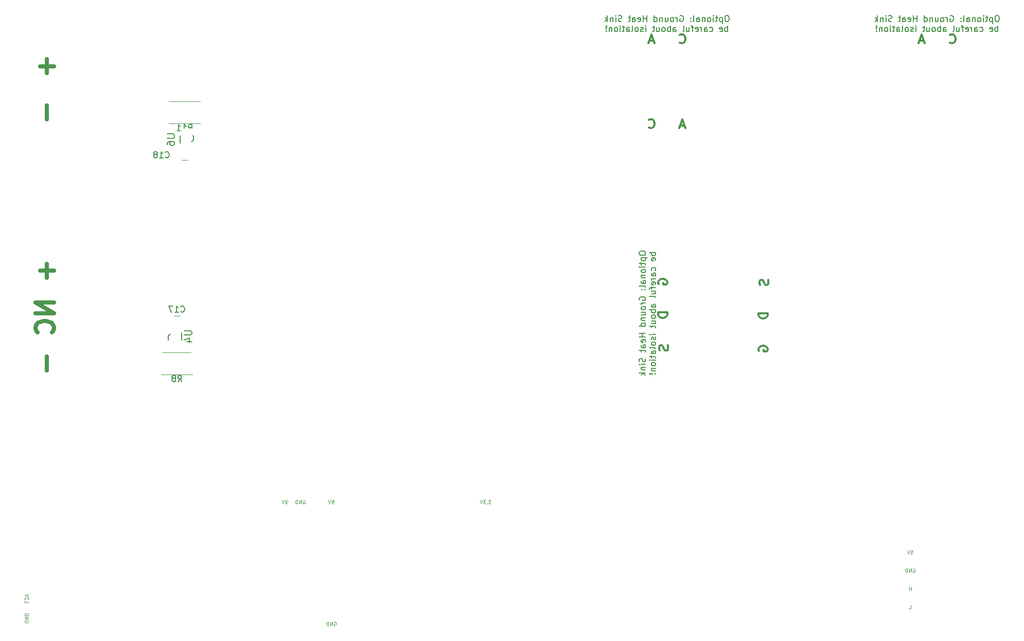
<source format=gbo>
%TF.GenerationSoftware,KiCad,Pcbnew,5.1.6-c6e7f7d~87~ubuntu18.04.1*%
%TF.CreationDate,2020-09-05T21:12:04-05:00*%
%TF.ProjectId,MPPT,4d505054-2e6b-4696-9361-645f70636258,Rev1.2+*%
%TF.SameCoordinates,Original*%
%TF.FileFunction,Legend,Bot*%
%TF.FilePolarity,Positive*%
%FSLAX46Y46*%
G04 Gerber Fmt 4.6, Leading zero omitted, Abs format (unit mm)*
G04 Created by KiCad (PCBNEW 5.1.6-c6e7f7d~87~ubuntu18.04.1) date 2020-09-05 21:12:04*
%MOMM*%
%LPD*%
G01*
G04 APERTURE LIST*
%ADD10C,0.300000*%
%ADD11C,0.100000*%
%ADD12C,0.700000*%
%ADD13C,0.150000*%
%ADD14C,0.120000*%
%ADD15C,4.400000*%
%ADD16R,4.400000X4.400000*%
%ADD17R,2.400000X2.400000*%
%ADD18C,2.400000*%
%ADD19R,1.900000X1.650000*%
%ADD20R,2.200000X2.200000*%
%ADD21O,2.200000X2.200000*%
%ADD22R,2.100000X2.100000*%
%ADD23O,2.100000X2.100000*%
%ADD24C,4.200000*%
%ADD25C,2.800000*%
%ADD26O,2.800000X2.800000*%
%ADD27R,2.000000X2.000000*%
%ADD28O,2.000000X2.000000*%
%ADD29C,3.200000*%
%ADD30O,2.150000X2.400000*%
%ADD31R,1.924000X1.924000*%
%ADD32C,1.924000*%
%ADD33R,3.100000X3.600000*%
%ADD34C,2.686000*%
%ADD35R,4.900000X2.900000*%
%ADD36O,4.900000X2.900000*%
%ADD37R,0.800000X1.400000*%
%ADD38C,3.600000*%
%ADD39C,2.100000*%
%ADD40C,1.670000*%
G04 APERTURE END LIST*
D10*
X180062142Y-39620000D02*
X179347857Y-39620000D01*
X180205000Y-40048571D02*
X179705000Y-38548571D01*
X179205000Y-40048571D01*
X184320714Y-39905714D02*
X184392142Y-39977142D01*
X184606428Y-40048571D01*
X184749285Y-40048571D01*
X184963571Y-39977142D01*
X185106428Y-39834285D01*
X185177857Y-39691428D01*
X185249285Y-39405714D01*
X185249285Y-39191428D01*
X185177857Y-38905714D01*
X185106428Y-38762857D01*
X184963571Y-38620000D01*
X184749285Y-38548571D01*
X184606428Y-38548571D01*
X184392142Y-38620000D01*
X184320714Y-38691428D01*
X139870714Y-39905714D02*
X139942142Y-39977142D01*
X140156428Y-40048571D01*
X140299285Y-40048571D01*
X140513571Y-39977142D01*
X140656428Y-39834285D01*
X140727857Y-39691428D01*
X140799285Y-39405714D01*
X140799285Y-39191428D01*
X140727857Y-38905714D01*
X140656428Y-38762857D01*
X140513571Y-38620000D01*
X140299285Y-38548571D01*
X140156428Y-38548571D01*
X139942142Y-38620000D01*
X139870714Y-38691428D01*
X135612142Y-39620000D02*
X134897857Y-39620000D01*
X135755000Y-40048571D02*
X135255000Y-38548571D01*
X134755000Y-40048571D01*
X134790714Y-53875714D02*
X134862142Y-53947142D01*
X135076428Y-54018571D01*
X135219285Y-54018571D01*
X135433571Y-53947142D01*
X135576428Y-53804285D01*
X135647857Y-53661428D01*
X135719285Y-53375714D01*
X135719285Y-53161428D01*
X135647857Y-52875714D01*
X135576428Y-52732857D01*
X135433571Y-52590000D01*
X135219285Y-52518571D01*
X135076428Y-52518571D01*
X134862142Y-52590000D01*
X134790714Y-52661428D01*
X140692142Y-53590000D02*
X139977857Y-53590000D01*
X140835000Y-54018571D02*
X140335000Y-52518571D01*
X139835000Y-54018571D01*
X136552857Y-90609571D02*
X136481428Y-90395285D01*
X136481428Y-90038142D01*
X136552857Y-89895285D01*
X136624285Y-89823857D01*
X136767142Y-89752428D01*
X136910000Y-89752428D01*
X137052857Y-89823857D01*
X137124285Y-89895285D01*
X137195714Y-90038142D01*
X137267142Y-90323857D01*
X137338571Y-90466714D01*
X137410000Y-90538142D01*
X137552857Y-90609571D01*
X137695714Y-90609571D01*
X137838571Y-90538142D01*
X137910000Y-90466714D01*
X137981428Y-90323857D01*
X137981428Y-89966714D01*
X137910000Y-89752428D01*
X137838571Y-84338142D02*
X136338571Y-84338142D01*
X136338571Y-84695285D01*
X136410000Y-84909571D01*
X136552857Y-85052428D01*
X136695714Y-85123857D01*
X136981428Y-85195285D01*
X137195714Y-85195285D01*
X137481428Y-85123857D01*
X137624285Y-85052428D01*
X137767142Y-84909571D01*
X137838571Y-84695285D01*
X137838571Y-84338142D01*
X136410000Y-79673857D02*
X136338571Y-79531000D01*
X136338571Y-79316714D01*
X136410000Y-79102428D01*
X136552857Y-78959571D01*
X136695714Y-78888142D01*
X136981428Y-78816714D01*
X137195714Y-78816714D01*
X137481428Y-78888142D01*
X137624285Y-78959571D01*
X137767142Y-79102428D01*
X137838571Y-79316714D01*
X137838571Y-79459571D01*
X137767142Y-79673857D01*
X137695714Y-79745285D01*
X137195714Y-79745285D01*
X137195714Y-79459571D01*
X152920000Y-90678857D02*
X152848571Y-90536000D01*
X152848571Y-90321714D01*
X152920000Y-90107428D01*
X153062857Y-89964571D01*
X153205714Y-89893142D01*
X153491428Y-89821714D01*
X153705714Y-89821714D01*
X153991428Y-89893142D01*
X154134285Y-89964571D01*
X154277142Y-90107428D01*
X154348571Y-90321714D01*
X154348571Y-90464571D01*
X154277142Y-90678857D01*
X154205714Y-90750285D01*
X153705714Y-90750285D01*
X153705714Y-90464571D01*
X154348571Y-84443142D02*
X152848571Y-84443142D01*
X152848571Y-84800285D01*
X152920000Y-85014571D01*
X153062857Y-85157428D01*
X153205714Y-85228857D01*
X153491428Y-85300285D01*
X153705714Y-85300285D01*
X153991428Y-85228857D01*
X154134285Y-85157428D01*
X154277142Y-85014571D01*
X154348571Y-84800285D01*
X154348571Y-84443142D01*
X153062857Y-79803571D02*
X152991428Y-79589285D01*
X152991428Y-79232142D01*
X153062857Y-79089285D01*
X153134285Y-79017857D01*
X153277142Y-78946428D01*
X153420000Y-78946428D01*
X153562857Y-79017857D01*
X153634285Y-79089285D01*
X153705714Y-79232142D01*
X153777142Y-79517857D01*
X153848571Y-79660714D01*
X153920000Y-79732142D01*
X154062857Y-79803571D01*
X154205714Y-79803571D01*
X154348571Y-79732142D01*
X154420000Y-79660714D01*
X154491428Y-79517857D01*
X154491428Y-79160714D01*
X154420000Y-78946428D01*
D11*
X83007142Y-135272500D02*
X83064285Y-135243928D01*
X83150000Y-135243928D01*
X83235714Y-135272500D01*
X83292857Y-135329642D01*
X83321428Y-135386785D01*
X83350000Y-135501071D01*
X83350000Y-135586785D01*
X83321428Y-135701071D01*
X83292857Y-135758214D01*
X83235714Y-135815357D01*
X83150000Y-135843928D01*
X83092857Y-135843928D01*
X83007142Y-135815357D01*
X82978571Y-135786785D01*
X82978571Y-135586785D01*
X83092857Y-135586785D01*
X82721428Y-135843928D02*
X82721428Y-135243928D01*
X82378571Y-135843928D01*
X82378571Y-135243928D01*
X82092857Y-135843928D02*
X82092857Y-135243928D01*
X81950000Y-135243928D01*
X81864285Y-135272500D01*
X81807142Y-135329642D01*
X81778571Y-135386785D01*
X81750000Y-135501071D01*
X81750000Y-135586785D01*
X81778571Y-135701071D01*
X81807142Y-135758214D01*
X81864285Y-135815357D01*
X81950000Y-135843928D01*
X82092857Y-135843928D01*
X108835714Y-115241428D02*
X108464285Y-115241428D01*
X108664285Y-115470000D01*
X108578571Y-115470000D01*
X108521428Y-115498571D01*
X108492857Y-115527142D01*
X108464285Y-115584285D01*
X108464285Y-115727142D01*
X108492857Y-115784285D01*
X108521428Y-115812857D01*
X108578571Y-115841428D01*
X108750000Y-115841428D01*
X108807142Y-115812857D01*
X108835714Y-115784285D01*
X108207142Y-115784285D02*
X108178571Y-115812857D01*
X108207142Y-115841428D01*
X108235714Y-115812857D01*
X108207142Y-115784285D01*
X108207142Y-115841428D01*
X107978571Y-115241428D02*
X107607142Y-115241428D01*
X107807142Y-115470000D01*
X107721428Y-115470000D01*
X107664285Y-115498571D01*
X107635714Y-115527142D01*
X107607142Y-115584285D01*
X107607142Y-115727142D01*
X107635714Y-115784285D01*
X107664285Y-115812857D01*
X107721428Y-115841428D01*
X107892857Y-115841428D01*
X107950000Y-115812857D01*
X107978571Y-115784285D01*
X107435714Y-115241428D02*
X107235714Y-115841428D01*
X107035714Y-115241428D01*
X82664285Y-115241428D02*
X82950000Y-115241428D01*
X82978571Y-115527142D01*
X82950000Y-115498571D01*
X82892857Y-115470000D01*
X82750000Y-115470000D01*
X82692857Y-115498571D01*
X82664285Y-115527142D01*
X82635714Y-115584285D01*
X82635714Y-115727142D01*
X82664285Y-115784285D01*
X82692857Y-115812857D01*
X82750000Y-115841428D01*
X82892857Y-115841428D01*
X82950000Y-115812857D01*
X82978571Y-115784285D01*
X82464285Y-115241428D02*
X82264285Y-115841428D01*
X82064285Y-115241428D01*
X77927142Y-115270000D02*
X77984285Y-115241428D01*
X78070000Y-115241428D01*
X78155714Y-115270000D01*
X78212857Y-115327142D01*
X78241428Y-115384285D01*
X78270000Y-115498571D01*
X78270000Y-115584285D01*
X78241428Y-115698571D01*
X78212857Y-115755714D01*
X78155714Y-115812857D01*
X78070000Y-115841428D01*
X78012857Y-115841428D01*
X77927142Y-115812857D01*
X77898571Y-115784285D01*
X77898571Y-115584285D01*
X78012857Y-115584285D01*
X77641428Y-115841428D02*
X77641428Y-115241428D01*
X77298571Y-115841428D01*
X77298571Y-115241428D01*
X77012857Y-115841428D02*
X77012857Y-115241428D01*
X76870000Y-115241428D01*
X76784285Y-115270000D01*
X76727142Y-115327142D01*
X76698571Y-115384285D01*
X76670000Y-115498571D01*
X76670000Y-115584285D01*
X76698571Y-115698571D01*
X76727142Y-115755714D01*
X76784285Y-115812857D01*
X76870000Y-115841428D01*
X77012857Y-115841428D01*
X75301428Y-115841428D02*
X75187142Y-115841428D01*
X75130000Y-115812857D01*
X75101428Y-115784285D01*
X75044285Y-115698571D01*
X75015714Y-115584285D01*
X75015714Y-115355714D01*
X75044285Y-115298571D01*
X75072857Y-115270000D01*
X75130000Y-115241428D01*
X75244285Y-115241428D01*
X75301428Y-115270000D01*
X75330000Y-115298571D01*
X75358571Y-115355714D01*
X75358571Y-115498571D01*
X75330000Y-115555714D01*
X75301428Y-115584285D01*
X75244285Y-115612857D01*
X75130000Y-115612857D01*
X75072857Y-115584285D01*
X75044285Y-115555714D01*
X75015714Y-115498571D01*
X74844285Y-115241428D02*
X74644285Y-115841428D01*
X74444285Y-115241428D01*
X177614285Y-133096428D02*
X177900000Y-133096428D01*
X177900000Y-132496428D01*
X177971428Y-130096428D02*
X177971428Y-129496428D01*
X177971428Y-129782142D02*
X177628571Y-129782142D01*
X177628571Y-130096428D02*
X177628571Y-129496428D01*
X178257142Y-126525000D02*
X178314285Y-126496428D01*
X178400000Y-126496428D01*
X178485714Y-126525000D01*
X178542857Y-126582142D01*
X178571428Y-126639285D01*
X178600000Y-126753571D01*
X178600000Y-126839285D01*
X178571428Y-126953571D01*
X178542857Y-127010714D01*
X178485714Y-127067857D01*
X178400000Y-127096428D01*
X178342857Y-127096428D01*
X178257142Y-127067857D01*
X178228571Y-127039285D01*
X178228571Y-126839285D01*
X178342857Y-126839285D01*
X177971428Y-127096428D02*
X177971428Y-126496428D01*
X177628571Y-127096428D01*
X177628571Y-126496428D01*
X177342857Y-127096428D02*
X177342857Y-126496428D01*
X177200000Y-126496428D01*
X177114285Y-126525000D01*
X177057142Y-126582142D01*
X177028571Y-126639285D01*
X177000000Y-126753571D01*
X177000000Y-126839285D01*
X177028571Y-126953571D01*
X177057142Y-127010714D01*
X177114285Y-127067857D01*
X177200000Y-127096428D01*
X177342857Y-127096428D01*
X177914285Y-123496428D02*
X178200000Y-123496428D01*
X178228571Y-123782142D01*
X178200000Y-123753571D01*
X178142857Y-123725000D01*
X178000000Y-123725000D01*
X177942857Y-123753571D01*
X177914285Y-123782142D01*
X177885714Y-123839285D01*
X177885714Y-123982142D01*
X177914285Y-124039285D01*
X177942857Y-124067857D01*
X178000000Y-124096428D01*
X178142857Y-124096428D01*
X178200000Y-124067857D01*
X178228571Y-124039285D01*
X177714285Y-123496428D02*
X177514285Y-124096428D01*
X177314285Y-123496428D01*
X32685000Y-135077142D02*
X32713571Y-135134285D01*
X32713571Y-135220000D01*
X32685000Y-135305714D01*
X32627857Y-135362857D01*
X32570714Y-135391428D01*
X32456428Y-135420000D01*
X32370714Y-135420000D01*
X32256428Y-135391428D01*
X32199285Y-135362857D01*
X32142142Y-135305714D01*
X32113571Y-135220000D01*
X32113571Y-135162857D01*
X32142142Y-135077142D01*
X32170714Y-135048571D01*
X32370714Y-135048571D01*
X32370714Y-135162857D01*
X32113571Y-134791428D02*
X32713571Y-134791428D01*
X32113571Y-134448571D01*
X32713571Y-134448571D01*
X32113571Y-134162857D02*
X32713571Y-134162857D01*
X32713571Y-134020000D01*
X32685000Y-133934285D01*
X32627857Y-133877142D01*
X32570714Y-133848571D01*
X32456428Y-133820000D01*
X32370714Y-133820000D01*
X32256428Y-133848571D01*
X32199285Y-133877142D01*
X32142142Y-133934285D01*
X32113571Y-134020000D01*
X32113571Y-134162857D01*
X32113571Y-131816428D02*
X32113571Y-132159285D01*
X32113571Y-131987857D02*
X32713571Y-131987857D01*
X32627857Y-132045000D01*
X32570714Y-132102142D01*
X32542142Y-132159285D01*
X32656428Y-131587857D02*
X32685000Y-131559285D01*
X32713571Y-131502142D01*
X32713571Y-131359285D01*
X32685000Y-131302142D01*
X32656428Y-131273571D01*
X32599285Y-131245000D01*
X32542142Y-131245000D01*
X32456428Y-131273571D01*
X32113571Y-131616428D01*
X32113571Y-131245000D01*
X32713571Y-131073571D02*
X32113571Y-130873571D01*
X32713571Y-130673571D01*
D12*
X36917142Y-82732857D02*
X33917142Y-82732857D01*
X36917142Y-84447142D01*
X33917142Y-84447142D01*
X36631428Y-87590000D02*
X36774285Y-87447142D01*
X36917142Y-87018571D01*
X36917142Y-86732857D01*
X36774285Y-86304285D01*
X36488571Y-86018571D01*
X36202857Y-85875714D01*
X35631428Y-85732857D01*
X35202857Y-85732857D01*
X34631428Y-85875714D01*
X34345714Y-86018571D01*
X34060000Y-86304285D01*
X33917142Y-86732857D01*
X33917142Y-87018571D01*
X34060000Y-87447142D01*
X34202857Y-87590000D01*
X35774285Y-91567142D02*
X35774285Y-93852857D01*
X35774285Y-76327142D02*
X35774285Y-78612857D01*
X36917142Y-77470000D02*
X34631428Y-77470000D01*
X35774285Y-50292142D02*
X35774285Y-52577857D01*
X35774285Y-42672142D02*
X35774285Y-44957857D01*
X36917142Y-43815000D02*
X34631428Y-43815000D01*
D13*
X133247380Y-74502619D02*
X133247380Y-74693095D01*
X133295000Y-74788333D01*
X133390238Y-74883571D01*
X133580714Y-74931190D01*
X133914047Y-74931190D01*
X134104523Y-74883571D01*
X134199761Y-74788333D01*
X134247380Y-74693095D01*
X134247380Y-74502619D01*
X134199761Y-74407380D01*
X134104523Y-74312142D01*
X133914047Y-74264523D01*
X133580714Y-74264523D01*
X133390238Y-74312142D01*
X133295000Y-74407380D01*
X133247380Y-74502619D01*
X133580714Y-75359761D02*
X134580714Y-75359761D01*
X133628333Y-75359761D02*
X133580714Y-75455000D01*
X133580714Y-75645476D01*
X133628333Y-75740714D01*
X133675952Y-75788333D01*
X133771190Y-75835952D01*
X134056904Y-75835952D01*
X134152142Y-75788333D01*
X134199761Y-75740714D01*
X134247380Y-75645476D01*
X134247380Y-75455000D01*
X134199761Y-75359761D01*
X133580714Y-76121666D02*
X133580714Y-76502619D01*
X133247380Y-76264523D02*
X134104523Y-76264523D01*
X134199761Y-76312142D01*
X134247380Y-76407380D01*
X134247380Y-76502619D01*
X134247380Y-76835952D02*
X133580714Y-76835952D01*
X133247380Y-76835952D02*
X133295000Y-76788333D01*
X133342619Y-76835952D01*
X133295000Y-76883571D01*
X133247380Y-76835952D01*
X133342619Y-76835952D01*
X134247380Y-77455000D02*
X134199761Y-77359761D01*
X134152142Y-77312142D01*
X134056904Y-77264523D01*
X133771190Y-77264523D01*
X133675952Y-77312142D01*
X133628333Y-77359761D01*
X133580714Y-77455000D01*
X133580714Y-77597857D01*
X133628333Y-77693095D01*
X133675952Y-77740714D01*
X133771190Y-77788333D01*
X134056904Y-77788333D01*
X134152142Y-77740714D01*
X134199761Y-77693095D01*
X134247380Y-77597857D01*
X134247380Y-77455000D01*
X133580714Y-78216904D02*
X134247380Y-78216904D01*
X133675952Y-78216904D02*
X133628333Y-78264523D01*
X133580714Y-78359761D01*
X133580714Y-78502619D01*
X133628333Y-78597857D01*
X133723571Y-78645476D01*
X134247380Y-78645476D01*
X134247380Y-79550238D02*
X133723571Y-79550238D01*
X133628333Y-79502619D01*
X133580714Y-79407380D01*
X133580714Y-79216904D01*
X133628333Y-79121666D01*
X134199761Y-79550238D02*
X134247380Y-79455000D01*
X134247380Y-79216904D01*
X134199761Y-79121666D01*
X134104523Y-79074047D01*
X134009285Y-79074047D01*
X133914047Y-79121666D01*
X133866428Y-79216904D01*
X133866428Y-79455000D01*
X133818809Y-79550238D01*
X134247380Y-80169285D02*
X134199761Y-80074047D01*
X134104523Y-80026428D01*
X133247380Y-80026428D01*
X134152142Y-80550238D02*
X134199761Y-80597857D01*
X134247380Y-80550238D01*
X134199761Y-80502619D01*
X134152142Y-80550238D01*
X134247380Y-80550238D01*
X133628333Y-80550238D02*
X133675952Y-80597857D01*
X133723571Y-80550238D01*
X133675952Y-80502619D01*
X133628333Y-80550238D01*
X133723571Y-80550238D01*
X133295000Y-82312142D02*
X133247380Y-82216904D01*
X133247380Y-82074047D01*
X133295000Y-81931190D01*
X133390238Y-81835952D01*
X133485476Y-81788333D01*
X133675952Y-81740714D01*
X133818809Y-81740714D01*
X134009285Y-81788333D01*
X134104523Y-81835952D01*
X134199761Y-81931190D01*
X134247380Y-82074047D01*
X134247380Y-82169285D01*
X134199761Y-82312142D01*
X134152142Y-82359761D01*
X133818809Y-82359761D01*
X133818809Y-82169285D01*
X134247380Y-82788333D02*
X133580714Y-82788333D01*
X133771190Y-82788333D02*
X133675952Y-82835952D01*
X133628333Y-82883571D01*
X133580714Y-82978809D01*
X133580714Y-83074047D01*
X134247380Y-83550238D02*
X134199761Y-83455000D01*
X134152142Y-83407380D01*
X134056904Y-83359761D01*
X133771190Y-83359761D01*
X133675952Y-83407380D01*
X133628333Y-83455000D01*
X133580714Y-83550238D01*
X133580714Y-83693095D01*
X133628333Y-83788333D01*
X133675952Y-83835952D01*
X133771190Y-83883571D01*
X134056904Y-83883571D01*
X134152142Y-83835952D01*
X134199761Y-83788333D01*
X134247380Y-83693095D01*
X134247380Y-83550238D01*
X133580714Y-84740714D02*
X134247380Y-84740714D01*
X133580714Y-84312142D02*
X134104523Y-84312142D01*
X134199761Y-84359761D01*
X134247380Y-84455000D01*
X134247380Y-84597857D01*
X134199761Y-84693095D01*
X134152142Y-84740714D01*
X133580714Y-85216904D02*
X134247380Y-85216904D01*
X133675952Y-85216904D02*
X133628333Y-85264523D01*
X133580714Y-85359761D01*
X133580714Y-85502619D01*
X133628333Y-85597857D01*
X133723571Y-85645476D01*
X134247380Y-85645476D01*
X134247380Y-86550238D02*
X133247380Y-86550238D01*
X134199761Y-86550238D02*
X134247380Y-86455000D01*
X134247380Y-86264523D01*
X134199761Y-86169285D01*
X134152142Y-86121666D01*
X134056904Y-86074047D01*
X133771190Y-86074047D01*
X133675952Y-86121666D01*
X133628333Y-86169285D01*
X133580714Y-86264523D01*
X133580714Y-86455000D01*
X133628333Y-86550238D01*
X134247380Y-87788333D02*
X133247380Y-87788333D01*
X133723571Y-87788333D02*
X133723571Y-88359761D01*
X134247380Y-88359761D02*
X133247380Y-88359761D01*
X134199761Y-89216904D02*
X134247380Y-89121666D01*
X134247380Y-88931190D01*
X134199761Y-88835952D01*
X134104523Y-88788333D01*
X133723571Y-88788333D01*
X133628333Y-88835952D01*
X133580714Y-88931190D01*
X133580714Y-89121666D01*
X133628333Y-89216904D01*
X133723571Y-89264523D01*
X133818809Y-89264523D01*
X133914047Y-88788333D01*
X134247380Y-90121666D02*
X133723571Y-90121666D01*
X133628333Y-90074047D01*
X133580714Y-89978809D01*
X133580714Y-89788333D01*
X133628333Y-89693095D01*
X134199761Y-90121666D02*
X134247380Y-90026428D01*
X134247380Y-89788333D01*
X134199761Y-89693095D01*
X134104523Y-89645476D01*
X134009285Y-89645476D01*
X133914047Y-89693095D01*
X133866428Y-89788333D01*
X133866428Y-90026428D01*
X133818809Y-90121666D01*
X133580714Y-90455000D02*
X133580714Y-90835952D01*
X133247380Y-90597857D02*
X134104523Y-90597857D01*
X134199761Y-90645476D01*
X134247380Y-90740714D01*
X134247380Y-90835952D01*
X134199761Y-91883571D02*
X134247380Y-92026428D01*
X134247380Y-92264523D01*
X134199761Y-92359761D01*
X134152142Y-92407380D01*
X134056904Y-92455000D01*
X133961666Y-92455000D01*
X133866428Y-92407380D01*
X133818809Y-92359761D01*
X133771190Y-92264523D01*
X133723571Y-92074047D01*
X133675952Y-91978809D01*
X133628333Y-91931190D01*
X133533095Y-91883571D01*
X133437857Y-91883571D01*
X133342619Y-91931190D01*
X133295000Y-91978809D01*
X133247380Y-92074047D01*
X133247380Y-92312142D01*
X133295000Y-92455000D01*
X134247380Y-92883571D02*
X133580714Y-92883571D01*
X133247380Y-92883571D02*
X133295000Y-92835952D01*
X133342619Y-92883571D01*
X133295000Y-92931190D01*
X133247380Y-92883571D01*
X133342619Y-92883571D01*
X133580714Y-93359761D02*
X134247380Y-93359761D01*
X133675952Y-93359761D02*
X133628333Y-93407380D01*
X133580714Y-93502619D01*
X133580714Y-93645476D01*
X133628333Y-93740714D01*
X133723571Y-93788333D01*
X134247380Y-93788333D01*
X134247380Y-94264523D02*
X133247380Y-94264523D01*
X133866428Y-94359761D02*
X134247380Y-94645476D01*
X133580714Y-94645476D02*
X133961666Y-94264523D01*
X135897380Y-74478809D02*
X134897380Y-74478809D01*
X135278333Y-74478809D02*
X135230714Y-74574047D01*
X135230714Y-74764523D01*
X135278333Y-74859761D01*
X135325952Y-74907380D01*
X135421190Y-74955000D01*
X135706904Y-74955000D01*
X135802142Y-74907380D01*
X135849761Y-74859761D01*
X135897380Y-74764523D01*
X135897380Y-74574047D01*
X135849761Y-74478809D01*
X135849761Y-75764523D02*
X135897380Y-75669285D01*
X135897380Y-75478809D01*
X135849761Y-75383571D01*
X135754523Y-75335952D01*
X135373571Y-75335952D01*
X135278333Y-75383571D01*
X135230714Y-75478809D01*
X135230714Y-75669285D01*
X135278333Y-75764523D01*
X135373571Y-75812142D01*
X135468809Y-75812142D01*
X135564047Y-75335952D01*
X135849761Y-77431190D02*
X135897380Y-77335952D01*
X135897380Y-77145476D01*
X135849761Y-77050238D01*
X135802142Y-77002619D01*
X135706904Y-76955000D01*
X135421190Y-76955000D01*
X135325952Y-77002619D01*
X135278333Y-77050238D01*
X135230714Y-77145476D01*
X135230714Y-77335952D01*
X135278333Y-77431190D01*
X135897380Y-78288333D02*
X135373571Y-78288333D01*
X135278333Y-78240714D01*
X135230714Y-78145476D01*
X135230714Y-77955000D01*
X135278333Y-77859761D01*
X135849761Y-78288333D02*
X135897380Y-78193095D01*
X135897380Y-77955000D01*
X135849761Y-77859761D01*
X135754523Y-77812142D01*
X135659285Y-77812142D01*
X135564047Y-77859761D01*
X135516428Y-77955000D01*
X135516428Y-78193095D01*
X135468809Y-78288333D01*
X135897380Y-78764523D02*
X135230714Y-78764523D01*
X135421190Y-78764523D02*
X135325952Y-78812142D01*
X135278333Y-78859761D01*
X135230714Y-78955000D01*
X135230714Y-79050238D01*
X135849761Y-79764523D02*
X135897380Y-79669285D01*
X135897380Y-79478809D01*
X135849761Y-79383571D01*
X135754523Y-79335952D01*
X135373571Y-79335952D01*
X135278333Y-79383571D01*
X135230714Y-79478809D01*
X135230714Y-79669285D01*
X135278333Y-79764523D01*
X135373571Y-79812142D01*
X135468809Y-79812142D01*
X135564047Y-79335952D01*
X135230714Y-80097857D02*
X135230714Y-80478809D01*
X135897380Y-80240714D02*
X135040238Y-80240714D01*
X134945000Y-80288333D01*
X134897380Y-80383571D01*
X134897380Y-80478809D01*
X135230714Y-81240714D02*
X135897380Y-81240714D01*
X135230714Y-80812142D02*
X135754523Y-80812142D01*
X135849761Y-80859761D01*
X135897380Y-80955000D01*
X135897380Y-81097857D01*
X135849761Y-81193095D01*
X135802142Y-81240714D01*
X135897380Y-81859761D02*
X135849761Y-81764523D01*
X135754523Y-81716904D01*
X134897380Y-81716904D01*
X135897380Y-83431190D02*
X135373571Y-83431190D01*
X135278333Y-83383571D01*
X135230714Y-83288333D01*
X135230714Y-83097857D01*
X135278333Y-83002619D01*
X135849761Y-83431190D02*
X135897380Y-83335952D01*
X135897380Y-83097857D01*
X135849761Y-83002619D01*
X135754523Y-82955000D01*
X135659285Y-82955000D01*
X135564047Y-83002619D01*
X135516428Y-83097857D01*
X135516428Y-83335952D01*
X135468809Y-83431190D01*
X135897380Y-83907380D02*
X134897380Y-83907380D01*
X135278333Y-83907380D02*
X135230714Y-84002619D01*
X135230714Y-84193095D01*
X135278333Y-84288333D01*
X135325952Y-84335952D01*
X135421190Y-84383571D01*
X135706904Y-84383571D01*
X135802142Y-84335952D01*
X135849761Y-84288333D01*
X135897380Y-84193095D01*
X135897380Y-84002619D01*
X135849761Y-83907380D01*
X135897380Y-84955000D02*
X135849761Y-84859761D01*
X135802142Y-84812142D01*
X135706904Y-84764523D01*
X135421190Y-84764523D01*
X135325952Y-84812142D01*
X135278333Y-84859761D01*
X135230714Y-84955000D01*
X135230714Y-85097857D01*
X135278333Y-85193095D01*
X135325952Y-85240714D01*
X135421190Y-85288333D01*
X135706904Y-85288333D01*
X135802142Y-85240714D01*
X135849761Y-85193095D01*
X135897380Y-85097857D01*
X135897380Y-84955000D01*
X135230714Y-86145476D02*
X135897380Y-86145476D01*
X135230714Y-85716904D02*
X135754523Y-85716904D01*
X135849761Y-85764523D01*
X135897380Y-85859761D01*
X135897380Y-86002619D01*
X135849761Y-86097857D01*
X135802142Y-86145476D01*
X135230714Y-86478809D02*
X135230714Y-86859761D01*
X134897380Y-86621666D02*
X135754523Y-86621666D01*
X135849761Y-86669285D01*
X135897380Y-86764523D01*
X135897380Y-86859761D01*
X135897380Y-87955000D02*
X135230714Y-87955000D01*
X134897380Y-87955000D02*
X134945000Y-87907380D01*
X134992619Y-87955000D01*
X134945000Y-88002619D01*
X134897380Y-87955000D01*
X134992619Y-87955000D01*
X135849761Y-88383571D02*
X135897380Y-88478809D01*
X135897380Y-88669285D01*
X135849761Y-88764523D01*
X135754523Y-88812142D01*
X135706904Y-88812142D01*
X135611666Y-88764523D01*
X135564047Y-88669285D01*
X135564047Y-88526428D01*
X135516428Y-88431190D01*
X135421190Y-88383571D01*
X135373571Y-88383571D01*
X135278333Y-88431190D01*
X135230714Y-88526428D01*
X135230714Y-88669285D01*
X135278333Y-88764523D01*
X135897380Y-89383571D02*
X135849761Y-89288333D01*
X135802142Y-89240714D01*
X135706904Y-89193095D01*
X135421190Y-89193095D01*
X135325952Y-89240714D01*
X135278333Y-89288333D01*
X135230714Y-89383571D01*
X135230714Y-89526428D01*
X135278333Y-89621666D01*
X135325952Y-89669285D01*
X135421190Y-89716904D01*
X135706904Y-89716904D01*
X135802142Y-89669285D01*
X135849761Y-89621666D01*
X135897380Y-89526428D01*
X135897380Y-89383571D01*
X135897380Y-90288333D02*
X135849761Y-90193095D01*
X135754523Y-90145476D01*
X134897380Y-90145476D01*
X135897380Y-91097857D02*
X135373571Y-91097857D01*
X135278333Y-91050238D01*
X135230714Y-90955000D01*
X135230714Y-90764523D01*
X135278333Y-90669285D01*
X135849761Y-91097857D02*
X135897380Y-91002619D01*
X135897380Y-90764523D01*
X135849761Y-90669285D01*
X135754523Y-90621666D01*
X135659285Y-90621666D01*
X135564047Y-90669285D01*
X135516428Y-90764523D01*
X135516428Y-91002619D01*
X135468809Y-91097857D01*
X135230714Y-91431190D02*
X135230714Y-91812142D01*
X134897380Y-91574047D02*
X135754523Y-91574047D01*
X135849761Y-91621666D01*
X135897380Y-91716904D01*
X135897380Y-91812142D01*
X135897380Y-92145476D02*
X135230714Y-92145476D01*
X134897380Y-92145476D02*
X134945000Y-92097857D01*
X134992619Y-92145476D01*
X134945000Y-92193095D01*
X134897380Y-92145476D01*
X134992619Y-92145476D01*
X135897380Y-92764523D02*
X135849761Y-92669285D01*
X135802142Y-92621666D01*
X135706904Y-92574047D01*
X135421190Y-92574047D01*
X135325952Y-92621666D01*
X135278333Y-92669285D01*
X135230714Y-92764523D01*
X135230714Y-92907380D01*
X135278333Y-93002619D01*
X135325952Y-93050238D01*
X135421190Y-93097857D01*
X135706904Y-93097857D01*
X135802142Y-93050238D01*
X135849761Y-93002619D01*
X135897380Y-92907380D01*
X135897380Y-92764523D01*
X135230714Y-93526428D02*
X135897380Y-93526428D01*
X135325952Y-93526428D02*
X135278333Y-93574047D01*
X135230714Y-93669285D01*
X135230714Y-93812142D01*
X135278333Y-93907380D01*
X135373571Y-93955000D01*
X135897380Y-93955000D01*
X135802142Y-94431190D02*
X135849761Y-94478809D01*
X135897380Y-94431190D01*
X135849761Y-94383571D01*
X135802142Y-94431190D01*
X135897380Y-94431190D01*
X135516428Y-94431190D02*
X134945000Y-94383571D01*
X134897380Y-94431190D01*
X134945000Y-94478809D01*
X135516428Y-94431190D01*
X134897380Y-94431190D01*
X192197380Y-35457380D02*
X192006904Y-35457380D01*
X191911666Y-35505000D01*
X191816428Y-35600238D01*
X191768809Y-35790714D01*
X191768809Y-36124047D01*
X191816428Y-36314523D01*
X191911666Y-36409761D01*
X192006904Y-36457380D01*
X192197380Y-36457380D01*
X192292619Y-36409761D01*
X192387857Y-36314523D01*
X192435476Y-36124047D01*
X192435476Y-35790714D01*
X192387857Y-35600238D01*
X192292619Y-35505000D01*
X192197380Y-35457380D01*
X191340238Y-35790714D02*
X191340238Y-36790714D01*
X191340238Y-35838333D02*
X191245000Y-35790714D01*
X191054523Y-35790714D01*
X190959285Y-35838333D01*
X190911666Y-35885952D01*
X190864047Y-35981190D01*
X190864047Y-36266904D01*
X190911666Y-36362142D01*
X190959285Y-36409761D01*
X191054523Y-36457380D01*
X191245000Y-36457380D01*
X191340238Y-36409761D01*
X190578333Y-35790714D02*
X190197380Y-35790714D01*
X190435476Y-35457380D02*
X190435476Y-36314523D01*
X190387857Y-36409761D01*
X190292619Y-36457380D01*
X190197380Y-36457380D01*
X189864047Y-36457380D02*
X189864047Y-35790714D01*
X189864047Y-35457380D02*
X189911666Y-35505000D01*
X189864047Y-35552619D01*
X189816428Y-35505000D01*
X189864047Y-35457380D01*
X189864047Y-35552619D01*
X189245000Y-36457380D02*
X189340238Y-36409761D01*
X189387857Y-36362142D01*
X189435476Y-36266904D01*
X189435476Y-35981190D01*
X189387857Y-35885952D01*
X189340238Y-35838333D01*
X189245000Y-35790714D01*
X189102142Y-35790714D01*
X189006904Y-35838333D01*
X188959285Y-35885952D01*
X188911666Y-35981190D01*
X188911666Y-36266904D01*
X188959285Y-36362142D01*
X189006904Y-36409761D01*
X189102142Y-36457380D01*
X189245000Y-36457380D01*
X188483095Y-35790714D02*
X188483095Y-36457380D01*
X188483095Y-35885952D02*
X188435476Y-35838333D01*
X188340238Y-35790714D01*
X188197380Y-35790714D01*
X188102142Y-35838333D01*
X188054523Y-35933571D01*
X188054523Y-36457380D01*
X187149761Y-36457380D02*
X187149761Y-35933571D01*
X187197380Y-35838333D01*
X187292619Y-35790714D01*
X187483095Y-35790714D01*
X187578333Y-35838333D01*
X187149761Y-36409761D02*
X187245000Y-36457380D01*
X187483095Y-36457380D01*
X187578333Y-36409761D01*
X187625952Y-36314523D01*
X187625952Y-36219285D01*
X187578333Y-36124047D01*
X187483095Y-36076428D01*
X187245000Y-36076428D01*
X187149761Y-36028809D01*
X186530714Y-36457380D02*
X186625952Y-36409761D01*
X186673571Y-36314523D01*
X186673571Y-35457380D01*
X186149761Y-36362142D02*
X186102142Y-36409761D01*
X186149761Y-36457380D01*
X186197380Y-36409761D01*
X186149761Y-36362142D01*
X186149761Y-36457380D01*
X186149761Y-35838333D02*
X186102142Y-35885952D01*
X186149761Y-35933571D01*
X186197380Y-35885952D01*
X186149761Y-35838333D01*
X186149761Y-35933571D01*
X184387857Y-35505000D02*
X184483095Y-35457380D01*
X184625952Y-35457380D01*
X184768809Y-35505000D01*
X184864047Y-35600238D01*
X184911666Y-35695476D01*
X184959285Y-35885952D01*
X184959285Y-36028809D01*
X184911666Y-36219285D01*
X184864047Y-36314523D01*
X184768809Y-36409761D01*
X184625952Y-36457380D01*
X184530714Y-36457380D01*
X184387857Y-36409761D01*
X184340238Y-36362142D01*
X184340238Y-36028809D01*
X184530714Y-36028809D01*
X183911666Y-36457380D02*
X183911666Y-35790714D01*
X183911666Y-35981190D02*
X183864047Y-35885952D01*
X183816428Y-35838333D01*
X183721190Y-35790714D01*
X183625952Y-35790714D01*
X183149761Y-36457380D02*
X183245000Y-36409761D01*
X183292619Y-36362142D01*
X183340238Y-36266904D01*
X183340238Y-35981190D01*
X183292619Y-35885952D01*
X183245000Y-35838333D01*
X183149761Y-35790714D01*
X183006904Y-35790714D01*
X182911666Y-35838333D01*
X182864047Y-35885952D01*
X182816428Y-35981190D01*
X182816428Y-36266904D01*
X182864047Y-36362142D01*
X182911666Y-36409761D01*
X183006904Y-36457380D01*
X183149761Y-36457380D01*
X181959285Y-35790714D02*
X181959285Y-36457380D01*
X182387857Y-35790714D02*
X182387857Y-36314523D01*
X182340238Y-36409761D01*
X182245000Y-36457380D01*
X182102142Y-36457380D01*
X182006904Y-36409761D01*
X181959285Y-36362142D01*
X181483095Y-35790714D02*
X181483095Y-36457380D01*
X181483095Y-35885952D02*
X181435476Y-35838333D01*
X181340238Y-35790714D01*
X181197380Y-35790714D01*
X181102142Y-35838333D01*
X181054523Y-35933571D01*
X181054523Y-36457380D01*
X180149761Y-36457380D02*
X180149761Y-35457380D01*
X180149761Y-36409761D02*
X180245000Y-36457380D01*
X180435476Y-36457380D01*
X180530714Y-36409761D01*
X180578333Y-36362142D01*
X180625952Y-36266904D01*
X180625952Y-35981190D01*
X180578333Y-35885952D01*
X180530714Y-35838333D01*
X180435476Y-35790714D01*
X180245000Y-35790714D01*
X180149761Y-35838333D01*
X178911666Y-36457380D02*
X178911666Y-35457380D01*
X178911666Y-35933571D02*
X178340238Y-35933571D01*
X178340238Y-36457380D02*
X178340238Y-35457380D01*
X177483095Y-36409761D02*
X177578333Y-36457380D01*
X177768809Y-36457380D01*
X177864047Y-36409761D01*
X177911666Y-36314523D01*
X177911666Y-35933571D01*
X177864047Y-35838333D01*
X177768809Y-35790714D01*
X177578333Y-35790714D01*
X177483095Y-35838333D01*
X177435476Y-35933571D01*
X177435476Y-36028809D01*
X177911666Y-36124047D01*
X176578333Y-36457380D02*
X176578333Y-35933571D01*
X176625952Y-35838333D01*
X176721190Y-35790714D01*
X176911666Y-35790714D01*
X177006904Y-35838333D01*
X176578333Y-36409761D02*
X176673571Y-36457380D01*
X176911666Y-36457380D01*
X177006904Y-36409761D01*
X177054523Y-36314523D01*
X177054523Y-36219285D01*
X177006904Y-36124047D01*
X176911666Y-36076428D01*
X176673571Y-36076428D01*
X176578333Y-36028809D01*
X176245000Y-35790714D02*
X175864047Y-35790714D01*
X176102142Y-35457380D02*
X176102142Y-36314523D01*
X176054523Y-36409761D01*
X175959285Y-36457380D01*
X175864047Y-36457380D01*
X174816428Y-36409761D02*
X174673571Y-36457380D01*
X174435476Y-36457380D01*
X174340238Y-36409761D01*
X174292619Y-36362142D01*
X174245000Y-36266904D01*
X174245000Y-36171666D01*
X174292619Y-36076428D01*
X174340238Y-36028809D01*
X174435476Y-35981190D01*
X174625952Y-35933571D01*
X174721190Y-35885952D01*
X174768809Y-35838333D01*
X174816428Y-35743095D01*
X174816428Y-35647857D01*
X174768809Y-35552619D01*
X174721190Y-35505000D01*
X174625952Y-35457380D01*
X174387857Y-35457380D01*
X174245000Y-35505000D01*
X173816428Y-36457380D02*
X173816428Y-35790714D01*
X173816428Y-35457380D02*
X173864047Y-35505000D01*
X173816428Y-35552619D01*
X173768809Y-35505000D01*
X173816428Y-35457380D01*
X173816428Y-35552619D01*
X173340238Y-35790714D02*
X173340238Y-36457380D01*
X173340238Y-35885952D02*
X173292619Y-35838333D01*
X173197380Y-35790714D01*
X173054523Y-35790714D01*
X172959285Y-35838333D01*
X172911666Y-35933571D01*
X172911666Y-36457380D01*
X172435476Y-36457380D02*
X172435476Y-35457380D01*
X172340238Y-36076428D02*
X172054523Y-36457380D01*
X172054523Y-35790714D02*
X172435476Y-36171666D01*
X192221190Y-38107380D02*
X192221190Y-37107380D01*
X192221190Y-37488333D02*
X192125952Y-37440714D01*
X191935476Y-37440714D01*
X191840238Y-37488333D01*
X191792619Y-37535952D01*
X191745000Y-37631190D01*
X191745000Y-37916904D01*
X191792619Y-38012142D01*
X191840238Y-38059761D01*
X191935476Y-38107380D01*
X192125952Y-38107380D01*
X192221190Y-38059761D01*
X190935476Y-38059761D02*
X191030714Y-38107380D01*
X191221190Y-38107380D01*
X191316428Y-38059761D01*
X191364047Y-37964523D01*
X191364047Y-37583571D01*
X191316428Y-37488333D01*
X191221190Y-37440714D01*
X191030714Y-37440714D01*
X190935476Y-37488333D01*
X190887857Y-37583571D01*
X190887857Y-37678809D01*
X191364047Y-37774047D01*
X189268809Y-38059761D02*
X189364047Y-38107380D01*
X189554523Y-38107380D01*
X189649761Y-38059761D01*
X189697380Y-38012142D01*
X189745000Y-37916904D01*
X189745000Y-37631190D01*
X189697380Y-37535952D01*
X189649761Y-37488333D01*
X189554523Y-37440714D01*
X189364047Y-37440714D01*
X189268809Y-37488333D01*
X188411666Y-38107380D02*
X188411666Y-37583571D01*
X188459285Y-37488333D01*
X188554523Y-37440714D01*
X188745000Y-37440714D01*
X188840238Y-37488333D01*
X188411666Y-38059761D02*
X188506904Y-38107380D01*
X188745000Y-38107380D01*
X188840238Y-38059761D01*
X188887857Y-37964523D01*
X188887857Y-37869285D01*
X188840238Y-37774047D01*
X188745000Y-37726428D01*
X188506904Y-37726428D01*
X188411666Y-37678809D01*
X187935476Y-38107380D02*
X187935476Y-37440714D01*
X187935476Y-37631190D02*
X187887857Y-37535952D01*
X187840238Y-37488333D01*
X187745000Y-37440714D01*
X187649761Y-37440714D01*
X186935476Y-38059761D02*
X187030714Y-38107380D01*
X187221190Y-38107380D01*
X187316428Y-38059761D01*
X187364047Y-37964523D01*
X187364047Y-37583571D01*
X187316428Y-37488333D01*
X187221190Y-37440714D01*
X187030714Y-37440714D01*
X186935476Y-37488333D01*
X186887857Y-37583571D01*
X186887857Y-37678809D01*
X187364047Y-37774047D01*
X186602142Y-37440714D02*
X186221190Y-37440714D01*
X186459285Y-38107380D02*
X186459285Y-37250238D01*
X186411666Y-37155000D01*
X186316428Y-37107380D01*
X186221190Y-37107380D01*
X185459285Y-37440714D02*
X185459285Y-38107380D01*
X185887857Y-37440714D02*
X185887857Y-37964523D01*
X185840238Y-38059761D01*
X185745000Y-38107380D01*
X185602142Y-38107380D01*
X185506904Y-38059761D01*
X185459285Y-38012142D01*
X184840238Y-38107380D02*
X184935476Y-38059761D01*
X184983095Y-37964523D01*
X184983095Y-37107380D01*
X183268809Y-38107380D02*
X183268809Y-37583571D01*
X183316428Y-37488333D01*
X183411666Y-37440714D01*
X183602142Y-37440714D01*
X183697380Y-37488333D01*
X183268809Y-38059761D02*
X183364047Y-38107380D01*
X183602142Y-38107380D01*
X183697380Y-38059761D01*
X183745000Y-37964523D01*
X183745000Y-37869285D01*
X183697380Y-37774047D01*
X183602142Y-37726428D01*
X183364047Y-37726428D01*
X183268809Y-37678809D01*
X182792619Y-38107380D02*
X182792619Y-37107380D01*
X182792619Y-37488333D02*
X182697380Y-37440714D01*
X182506904Y-37440714D01*
X182411666Y-37488333D01*
X182364047Y-37535952D01*
X182316428Y-37631190D01*
X182316428Y-37916904D01*
X182364047Y-38012142D01*
X182411666Y-38059761D01*
X182506904Y-38107380D01*
X182697380Y-38107380D01*
X182792619Y-38059761D01*
X181745000Y-38107380D02*
X181840238Y-38059761D01*
X181887857Y-38012142D01*
X181935476Y-37916904D01*
X181935476Y-37631190D01*
X181887857Y-37535952D01*
X181840238Y-37488333D01*
X181745000Y-37440714D01*
X181602142Y-37440714D01*
X181506904Y-37488333D01*
X181459285Y-37535952D01*
X181411666Y-37631190D01*
X181411666Y-37916904D01*
X181459285Y-38012142D01*
X181506904Y-38059761D01*
X181602142Y-38107380D01*
X181745000Y-38107380D01*
X180554523Y-37440714D02*
X180554523Y-38107380D01*
X180983095Y-37440714D02*
X180983095Y-37964523D01*
X180935476Y-38059761D01*
X180840238Y-38107380D01*
X180697380Y-38107380D01*
X180602142Y-38059761D01*
X180554523Y-38012142D01*
X180221190Y-37440714D02*
X179840238Y-37440714D01*
X180078333Y-37107380D02*
X180078333Y-37964523D01*
X180030714Y-38059761D01*
X179935476Y-38107380D01*
X179840238Y-38107380D01*
X178745000Y-38107380D02*
X178745000Y-37440714D01*
X178745000Y-37107380D02*
X178792619Y-37155000D01*
X178745000Y-37202619D01*
X178697380Y-37155000D01*
X178745000Y-37107380D01*
X178745000Y-37202619D01*
X178316428Y-38059761D02*
X178221190Y-38107380D01*
X178030714Y-38107380D01*
X177935476Y-38059761D01*
X177887857Y-37964523D01*
X177887857Y-37916904D01*
X177935476Y-37821666D01*
X178030714Y-37774047D01*
X178173571Y-37774047D01*
X178268809Y-37726428D01*
X178316428Y-37631190D01*
X178316428Y-37583571D01*
X178268809Y-37488333D01*
X178173571Y-37440714D01*
X178030714Y-37440714D01*
X177935476Y-37488333D01*
X177316428Y-38107380D02*
X177411666Y-38059761D01*
X177459285Y-38012142D01*
X177506904Y-37916904D01*
X177506904Y-37631190D01*
X177459285Y-37535952D01*
X177411666Y-37488333D01*
X177316428Y-37440714D01*
X177173571Y-37440714D01*
X177078333Y-37488333D01*
X177030714Y-37535952D01*
X176983095Y-37631190D01*
X176983095Y-37916904D01*
X177030714Y-38012142D01*
X177078333Y-38059761D01*
X177173571Y-38107380D01*
X177316428Y-38107380D01*
X176411666Y-38107380D02*
X176506904Y-38059761D01*
X176554523Y-37964523D01*
X176554523Y-37107380D01*
X175602142Y-38107380D02*
X175602142Y-37583571D01*
X175649761Y-37488333D01*
X175745000Y-37440714D01*
X175935476Y-37440714D01*
X176030714Y-37488333D01*
X175602142Y-38059761D02*
X175697380Y-38107380D01*
X175935476Y-38107380D01*
X176030714Y-38059761D01*
X176078333Y-37964523D01*
X176078333Y-37869285D01*
X176030714Y-37774047D01*
X175935476Y-37726428D01*
X175697380Y-37726428D01*
X175602142Y-37678809D01*
X175268809Y-37440714D02*
X174887857Y-37440714D01*
X175125952Y-37107380D02*
X175125952Y-37964523D01*
X175078333Y-38059761D01*
X174983095Y-38107380D01*
X174887857Y-38107380D01*
X174554523Y-38107380D02*
X174554523Y-37440714D01*
X174554523Y-37107380D02*
X174602142Y-37155000D01*
X174554523Y-37202619D01*
X174506904Y-37155000D01*
X174554523Y-37107380D01*
X174554523Y-37202619D01*
X173935476Y-38107380D02*
X174030714Y-38059761D01*
X174078333Y-38012142D01*
X174125952Y-37916904D01*
X174125952Y-37631190D01*
X174078333Y-37535952D01*
X174030714Y-37488333D01*
X173935476Y-37440714D01*
X173792619Y-37440714D01*
X173697380Y-37488333D01*
X173649761Y-37535952D01*
X173602142Y-37631190D01*
X173602142Y-37916904D01*
X173649761Y-38012142D01*
X173697380Y-38059761D01*
X173792619Y-38107380D01*
X173935476Y-38107380D01*
X173173571Y-37440714D02*
X173173571Y-38107380D01*
X173173571Y-37535952D02*
X173125952Y-37488333D01*
X173030714Y-37440714D01*
X172887857Y-37440714D01*
X172792619Y-37488333D01*
X172745000Y-37583571D01*
X172745000Y-38107380D01*
X172268809Y-38012142D02*
X172221190Y-38059761D01*
X172268809Y-38107380D01*
X172316428Y-38059761D01*
X172268809Y-38012142D01*
X172268809Y-38107380D01*
X172268809Y-37726428D02*
X172316428Y-37155000D01*
X172268809Y-37107380D01*
X172221190Y-37155000D01*
X172268809Y-37726428D01*
X172268809Y-37107380D01*
X147747380Y-35457380D02*
X147556904Y-35457380D01*
X147461666Y-35505000D01*
X147366428Y-35600238D01*
X147318809Y-35790714D01*
X147318809Y-36124047D01*
X147366428Y-36314523D01*
X147461666Y-36409761D01*
X147556904Y-36457380D01*
X147747380Y-36457380D01*
X147842619Y-36409761D01*
X147937857Y-36314523D01*
X147985476Y-36124047D01*
X147985476Y-35790714D01*
X147937857Y-35600238D01*
X147842619Y-35505000D01*
X147747380Y-35457380D01*
X146890238Y-35790714D02*
X146890238Y-36790714D01*
X146890238Y-35838333D02*
X146795000Y-35790714D01*
X146604523Y-35790714D01*
X146509285Y-35838333D01*
X146461666Y-35885952D01*
X146414047Y-35981190D01*
X146414047Y-36266904D01*
X146461666Y-36362142D01*
X146509285Y-36409761D01*
X146604523Y-36457380D01*
X146795000Y-36457380D01*
X146890238Y-36409761D01*
X146128333Y-35790714D02*
X145747380Y-35790714D01*
X145985476Y-35457380D02*
X145985476Y-36314523D01*
X145937857Y-36409761D01*
X145842619Y-36457380D01*
X145747380Y-36457380D01*
X145414047Y-36457380D02*
X145414047Y-35790714D01*
X145414047Y-35457380D02*
X145461666Y-35505000D01*
X145414047Y-35552619D01*
X145366428Y-35505000D01*
X145414047Y-35457380D01*
X145414047Y-35552619D01*
X144795000Y-36457380D02*
X144890238Y-36409761D01*
X144937857Y-36362142D01*
X144985476Y-36266904D01*
X144985476Y-35981190D01*
X144937857Y-35885952D01*
X144890238Y-35838333D01*
X144795000Y-35790714D01*
X144652142Y-35790714D01*
X144556904Y-35838333D01*
X144509285Y-35885952D01*
X144461666Y-35981190D01*
X144461666Y-36266904D01*
X144509285Y-36362142D01*
X144556904Y-36409761D01*
X144652142Y-36457380D01*
X144795000Y-36457380D01*
X144033095Y-35790714D02*
X144033095Y-36457380D01*
X144033095Y-35885952D02*
X143985476Y-35838333D01*
X143890238Y-35790714D01*
X143747380Y-35790714D01*
X143652142Y-35838333D01*
X143604523Y-35933571D01*
X143604523Y-36457380D01*
X142699761Y-36457380D02*
X142699761Y-35933571D01*
X142747380Y-35838333D01*
X142842619Y-35790714D01*
X143033095Y-35790714D01*
X143128333Y-35838333D01*
X142699761Y-36409761D02*
X142795000Y-36457380D01*
X143033095Y-36457380D01*
X143128333Y-36409761D01*
X143175952Y-36314523D01*
X143175952Y-36219285D01*
X143128333Y-36124047D01*
X143033095Y-36076428D01*
X142795000Y-36076428D01*
X142699761Y-36028809D01*
X142080714Y-36457380D02*
X142175952Y-36409761D01*
X142223571Y-36314523D01*
X142223571Y-35457380D01*
X141699761Y-36362142D02*
X141652142Y-36409761D01*
X141699761Y-36457380D01*
X141747380Y-36409761D01*
X141699761Y-36362142D01*
X141699761Y-36457380D01*
X141699761Y-35838333D02*
X141652142Y-35885952D01*
X141699761Y-35933571D01*
X141747380Y-35885952D01*
X141699761Y-35838333D01*
X141699761Y-35933571D01*
X139937857Y-35505000D02*
X140033095Y-35457380D01*
X140175952Y-35457380D01*
X140318809Y-35505000D01*
X140414047Y-35600238D01*
X140461666Y-35695476D01*
X140509285Y-35885952D01*
X140509285Y-36028809D01*
X140461666Y-36219285D01*
X140414047Y-36314523D01*
X140318809Y-36409761D01*
X140175952Y-36457380D01*
X140080714Y-36457380D01*
X139937857Y-36409761D01*
X139890238Y-36362142D01*
X139890238Y-36028809D01*
X140080714Y-36028809D01*
X139461666Y-36457380D02*
X139461666Y-35790714D01*
X139461666Y-35981190D02*
X139414047Y-35885952D01*
X139366428Y-35838333D01*
X139271190Y-35790714D01*
X139175952Y-35790714D01*
X138699761Y-36457380D02*
X138795000Y-36409761D01*
X138842619Y-36362142D01*
X138890238Y-36266904D01*
X138890238Y-35981190D01*
X138842619Y-35885952D01*
X138795000Y-35838333D01*
X138699761Y-35790714D01*
X138556904Y-35790714D01*
X138461666Y-35838333D01*
X138414047Y-35885952D01*
X138366428Y-35981190D01*
X138366428Y-36266904D01*
X138414047Y-36362142D01*
X138461666Y-36409761D01*
X138556904Y-36457380D01*
X138699761Y-36457380D01*
X137509285Y-35790714D02*
X137509285Y-36457380D01*
X137937857Y-35790714D02*
X137937857Y-36314523D01*
X137890238Y-36409761D01*
X137795000Y-36457380D01*
X137652142Y-36457380D01*
X137556904Y-36409761D01*
X137509285Y-36362142D01*
X137033095Y-35790714D02*
X137033095Y-36457380D01*
X137033095Y-35885952D02*
X136985476Y-35838333D01*
X136890238Y-35790714D01*
X136747380Y-35790714D01*
X136652142Y-35838333D01*
X136604523Y-35933571D01*
X136604523Y-36457380D01*
X135699761Y-36457380D02*
X135699761Y-35457380D01*
X135699761Y-36409761D02*
X135795000Y-36457380D01*
X135985476Y-36457380D01*
X136080714Y-36409761D01*
X136128333Y-36362142D01*
X136175952Y-36266904D01*
X136175952Y-35981190D01*
X136128333Y-35885952D01*
X136080714Y-35838333D01*
X135985476Y-35790714D01*
X135795000Y-35790714D01*
X135699761Y-35838333D01*
X134461666Y-36457380D02*
X134461666Y-35457380D01*
X134461666Y-35933571D02*
X133890238Y-35933571D01*
X133890238Y-36457380D02*
X133890238Y-35457380D01*
X133033095Y-36409761D02*
X133128333Y-36457380D01*
X133318809Y-36457380D01*
X133414047Y-36409761D01*
X133461666Y-36314523D01*
X133461666Y-35933571D01*
X133414047Y-35838333D01*
X133318809Y-35790714D01*
X133128333Y-35790714D01*
X133033095Y-35838333D01*
X132985476Y-35933571D01*
X132985476Y-36028809D01*
X133461666Y-36124047D01*
X132128333Y-36457380D02*
X132128333Y-35933571D01*
X132175952Y-35838333D01*
X132271190Y-35790714D01*
X132461666Y-35790714D01*
X132556904Y-35838333D01*
X132128333Y-36409761D02*
X132223571Y-36457380D01*
X132461666Y-36457380D01*
X132556904Y-36409761D01*
X132604523Y-36314523D01*
X132604523Y-36219285D01*
X132556904Y-36124047D01*
X132461666Y-36076428D01*
X132223571Y-36076428D01*
X132128333Y-36028809D01*
X131795000Y-35790714D02*
X131414047Y-35790714D01*
X131652142Y-35457380D02*
X131652142Y-36314523D01*
X131604523Y-36409761D01*
X131509285Y-36457380D01*
X131414047Y-36457380D01*
X130366428Y-36409761D02*
X130223571Y-36457380D01*
X129985476Y-36457380D01*
X129890238Y-36409761D01*
X129842619Y-36362142D01*
X129795000Y-36266904D01*
X129795000Y-36171666D01*
X129842619Y-36076428D01*
X129890238Y-36028809D01*
X129985476Y-35981190D01*
X130175952Y-35933571D01*
X130271190Y-35885952D01*
X130318809Y-35838333D01*
X130366428Y-35743095D01*
X130366428Y-35647857D01*
X130318809Y-35552619D01*
X130271190Y-35505000D01*
X130175952Y-35457380D01*
X129937857Y-35457380D01*
X129795000Y-35505000D01*
X129366428Y-36457380D02*
X129366428Y-35790714D01*
X129366428Y-35457380D02*
X129414047Y-35505000D01*
X129366428Y-35552619D01*
X129318809Y-35505000D01*
X129366428Y-35457380D01*
X129366428Y-35552619D01*
X128890238Y-35790714D02*
X128890238Y-36457380D01*
X128890238Y-35885952D02*
X128842619Y-35838333D01*
X128747380Y-35790714D01*
X128604523Y-35790714D01*
X128509285Y-35838333D01*
X128461666Y-35933571D01*
X128461666Y-36457380D01*
X127985476Y-36457380D02*
X127985476Y-35457380D01*
X127890238Y-36076428D02*
X127604523Y-36457380D01*
X127604523Y-35790714D02*
X127985476Y-36171666D01*
X147771190Y-38107380D02*
X147771190Y-37107380D01*
X147771190Y-37488333D02*
X147675952Y-37440714D01*
X147485476Y-37440714D01*
X147390238Y-37488333D01*
X147342619Y-37535952D01*
X147295000Y-37631190D01*
X147295000Y-37916904D01*
X147342619Y-38012142D01*
X147390238Y-38059761D01*
X147485476Y-38107380D01*
X147675952Y-38107380D01*
X147771190Y-38059761D01*
X146485476Y-38059761D02*
X146580714Y-38107380D01*
X146771190Y-38107380D01*
X146866428Y-38059761D01*
X146914047Y-37964523D01*
X146914047Y-37583571D01*
X146866428Y-37488333D01*
X146771190Y-37440714D01*
X146580714Y-37440714D01*
X146485476Y-37488333D01*
X146437857Y-37583571D01*
X146437857Y-37678809D01*
X146914047Y-37774047D01*
X144818809Y-38059761D02*
X144914047Y-38107380D01*
X145104523Y-38107380D01*
X145199761Y-38059761D01*
X145247380Y-38012142D01*
X145295000Y-37916904D01*
X145295000Y-37631190D01*
X145247380Y-37535952D01*
X145199761Y-37488333D01*
X145104523Y-37440714D01*
X144914047Y-37440714D01*
X144818809Y-37488333D01*
X143961666Y-38107380D02*
X143961666Y-37583571D01*
X144009285Y-37488333D01*
X144104523Y-37440714D01*
X144295000Y-37440714D01*
X144390238Y-37488333D01*
X143961666Y-38059761D02*
X144056904Y-38107380D01*
X144295000Y-38107380D01*
X144390238Y-38059761D01*
X144437857Y-37964523D01*
X144437857Y-37869285D01*
X144390238Y-37774047D01*
X144295000Y-37726428D01*
X144056904Y-37726428D01*
X143961666Y-37678809D01*
X143485476Y-38107380D02*
X143485476Y-37440714D01*
X143485476Y-37631190D02*
X143437857Y-37535952D01*
X143390238Y-37488333D01*
X143295000Y-37440714D01*
X143199761Y-37440714D01*
X142485476Y-38059761D02*
X142580714Y-38107380D01*
X142771190Y-38107380D01*
X142866428Y-38059761D01*
X142914047Y-37964523D01*
X142914047Y-37583571D01*
X142866428Y-37488333D01*
X142771190Y-37440714D01*
X142580714Y-37440714D01*
X142485476Y-37488333D01*
X142437857Y-37583571D01*
X142437857Y-37678809D01*
X142914047Y-37774047D01*
X142152142Y-37440714D02*
X141771190Y-37440714D01*
X142009285Y-38107380D02*
X142009285Y-37250238D01*
X141961666Y-37155000D01*
X141866428Y-37107380D01*
X141771190Y-37107380D01*
X141009285Y-37440714D02*
X141009285Y-38107380D01*
X141437857Y-37440714D02*
X141437857Y-37964523D01*
X141390238Y-38059761D01*
X141295000Y-38107380D01*
X141152142Y-38107380D01*
X141056904Y-38059761D01*
X141009285Y-38012142D01*
X140390238Y-38107380D02*
X140485476Y-38059761D01*
X140533095Y-37964523D01*
X140533095Y-37107380D01*
X138818809Y-38107380D02*
X138818809Y-37583571D01*
X138866428Y-37488333D01*
X138961666Y-37440714D01*
X139152142Y-37440714D01*
X139247380Y-37488333D01*
X138818809Y-38059761D02*
X138914047Y-38107380D01*
X139152142Y-38107380D01*
X139247380Y-38059761D01*
X139295000Y-37964523D01*
X139295000Y-37869285D01*
X139247380Y-37774047D01*
X139152142Y-37726428D01*
X138914047Y-37726428D01*
X138818809Y-37678809D01*
X138342619Y-38107380D02*
X138342619Y-37107380D01*
X138342619Y-37488333D02*
X138247380Y-37440714D01*
X138056904Y-37440714D01*
X137961666Y-37488333D01*
X137914047Y-37535952D01*
X137866428Y-37631190D01*
X137866428Y-37916904D01*
X137914047Y-38012142D01*
X137961666Y-38059761D01*
X138056904Y-38107380D01*
X138247380Y-38107380D01*
X138342619Y-38059761D01*
X137295000Y-38107380D02*
X137390238Y-38059761D01*
X137437857Y-38012142D01*
X137485476Y-37916904D01*
X137485476Y-37631190D01*
X137437857Y-37535952D01*
X137390238Y-37488333D01*
X137295000Y-37440714D01*
X137152142Y-37440714D01*
X137056904Y-37488333D01*
X137009285Y-37535952D01*
X136961666Y-37631190D01*
X136961666Y-37916904D01*
X137009285Y-38012142D01*
X137056904Y-38059761D01*
X137152142Y-38107380D01*
X137295000Y-38107380D01*
X136104523Y-37440714D02*
X136104523Y-38107380D01*
X136533095Y-37440714D02*
X136533095Y-37964523D01*
X136485476Y-38059761D01*
X136390238Y-38107380D01*
X136247380Y-38107380D01*
X136152142Y-38059761D01*
X136104523Y-38012142D01*
X135771190Y-37440714D02*
X135390238Y-37440714D01*
X135628333Y-37107380D02*
X135628333Y-37964523D01*
X135580714Y-38059761D01*
X135485476Y-38107380D01*
X135390238Y-38107380D01*
X134295000Y-38107380D02*
X134295000Y-37440714D01*
X134295000Y-37107380D02*
X134342619Y-37155000D01*
X134295000Y-37202619D01*
X134247380Y-37155000D01*
X134295000Y-37107380D01*
X134295000Y-37202619D01*
X133866428Y-38059761D02*
X133771190Y-38107380D01*
X133580714Y-38107380D01*
X133485476Y-38059761D01*
X133437857Y-37964523D01*
X133437857Y-37916904D01*
X133485476Y-37821666D01*
X133580714Y-37774047D01*
X133723571Y-37774047D01*
X133818809Y-37726428D01*
X133866428Y-37631190D01*
X133866428Y-37583571D01*
X133818809Y-37488333D01*
X133723571Y-37440714D01*
X133580714Y-37440714D01*
X133485476Y-37488333D01*
X132866428Y-38107380D02*
X132961666Y-38059761D01*
X133009285Y-38012142D01*
X133056904Y-37916904D01*
X133056904Y-37631190D01*
X133009285Y-37535952D01*
X132961666Y-37488333D01*
X132866428Y-37440714D01*
X132723571Y-37440714D01*
X132628333Y-37488333D01*
X132580714Y-37535952D01*
X132533095Y-37631190D01*
X132533095Y-37916904D01*
X132580714Y-38012142D01*
X132628333Y-38059761D01*
X132723571Y-38107380D01*
X132866428Y-38107380D01*
X131961666Y-38107380D02*
X132056904Y-38059761D01*
X132104523Y-37964523D01*
X132104523Y-37107380D01*
X131152142Y-38107380D02*
X131152142Y-37583571D01*
X131199761Y-37488333D01*
X131295000Y-37440714D01*
X131485476Y-37440714D01*
X131580714Y-37488333D01*
X131152142Y-38059761D02*
X131247380Y-38107380D01*
X131485476Y-38107380D01*
X131580714Y-38059761D01*
X131628333Y-37964523D01*
X131628333Y-37869285D01*
X131580714Y-37774047D01*
X131485476Y-37726428D01*
X131247380Y-37726428D01*
X131152142Y-37678809D01*
X130818809Y-37440714D02*
X130437857Y-37440714D01*
X130675952Y-37107380D02*
X130675952Y-37964523D01*
X130628333Y-38059761D01*
X130533095Y-38107380D01*
X130437857Y-38107380D01*
X130104523Y-38107380D02*
X130104523Y-37440714D01*
X130104523Y-37107380D02*
X130152142Y-37155000D01*
X130104523Y-37202619D01*
X130056904Y-37155000D01*
X130104523Y-37107380D01*
X130104523Y-37202619D01*
X129485476Y-38107380D02*
X129580714Y-38059761D01*
X129628333Y-38012142D01*
X129675952Y-37916904D01*
X129675952Y-37631190D01*
X129628333Y-37535952D01*
X129580714Y-37488333D01*
X129485476Y-37440714D01*
X129342619Y-37440714D01*
X129247380Y-37488333D01*
X129199761Y-37535952D01*
X129152142Y-37631190D01*
X129152142Y-37916904D01*
X129199761Y-38012142D01*
X129247380Y-38059761D01*
X129342619Y-38107380D01*
X129485476Y-38107380D01*
X128723571Y-37440714D02*
X128723571Y-38107380D01*
X128723571Y-37535952D02*
X128675952Y-37488333D01*
X128580714Y-37440714D01*
X128437857Y-37440714D01*
X128342619Y-37488333D01*
X128295000Y-37583571D01*
X128295000Y-38107380D01*
X127818809Y-38012142D02*
X127771190Y-38059761D01*
X127818809Y-38107380D01*
X127866428Y-38059761D01*
X127818809Y-38012142D01*
X127818809Y-38107380D01*
X127818809Y-37726428D02*
X127866428Y-37155000D01*
X127818809Y-37107380D01*
X127771190Y-37155000D01*
X127818809Y-37726428D01*
X127818809Y-37107380D01*
D14*
%TO.C,C17*%
X56650000Y-84875000D02*
X57650000Y-84875000D01*
X57650000Y-86575000D02*
X56650000Y-86575000D01*
%TO.C,C18*%
X58920000Y-59270000D02*
X57920000Y-59270000D01*
X57920000Y-57570000D02*
X58920000Y-57570000D01*
%TO.C,R8*%
X54550000Y-94530000D02*
X59750000Y-94530000D01*
X59750000Y-90890000D02*
X54550000Y-90890000D01*
%TO.C,R11*%
X61020000Y-49615000D02*
X55820000Y-49615000D01*
X55820000Y-53255000D02*
X61020000Y-53255000D01*
D13*
%TO.C,U6*%
X59345000Y-56480000D02*
X59845000Y-55980000D01*
X59845000Y-55980000D02*
X59845000Y-55280000D01*
X59845000Y-55280000D02*
X57645000Y-55280000D01*
X57645000Y-55280000D02*
X57645000Y-56480000D01*
X57645000Y-56480000D02*
X59345000Y-56480000D01*
%TO.C,U4*%
X56225000Y-87665000D02*
X55725000Y-88165000D01*
X55725000Y-88165000D02*
X55725000Y-88865000D01*
X55725000Y-88865000D02*
X57925000Y-88865000D01*
X57925000Y-88865000D02*
X57925000Y-87665000D01*
X57925000Y-87665000D02*
X56225000Y-87665000D01*
%TO.C,C17*%
X57792857Y-84177142D02*
X57840476Y-84224761D01*
X57983333Y-84272380D01*
X58078571Y-84272380D01*
X58221428Y-84224761D01*
X58316666Y-84129523D01*
X58364285Y-84034285D01*
X58411904Y-83843809D01*
X58411904Y-83700952D01*
X58364285Y-83510476D01*
X58316666Y-83415238D01*
X58221428Y-83320000D01*
X58078571Y-83272380D01*
X57983333Y-83272380D01*
X57840476Y-83320000D01*
X57792857Y-83367619D01*
X56840476Y-84272380D02*
X57411904Y-84272380D01*
X57126190Y-84272380D02*
X57126190Y-83272380D01*
X57221428Y-83415238D01*
X57316666Y-83510476D01*
X57411904Y-83558095D01*
X56507142Y-83272380D02*
X55840476Y-83272380D01*
X56269047Y-84272380D01*
%TO.C,C18*%
X55252857Y-58777142D02*
X55300476Y-58824761D01*
X55443333Y-58872380D01*
X55538571Y-58872380D01*
X55681428Y-58824761D01*
X55776666Y-58729523D01*
X55824285Y-58634285D01*
X55871904Y-58443809D01*
X55871904Y-58300952D01*
X55824285Y-58110476D01*
X55776666Y-58015238D01*
X55681428Y-57920000D01*
X55538571Y-57872380D01*
X55443333Y-57872380D01*
X55300476Y-57920000D01*
X55252857Y-57967619D01*
X54300476Y-58872380D02*
X54871904Y-58872380D01*
X54586190Y-58872380D02*
X54586190Y-57872380D01*
X54681428Y-58015238D01*
X54776666Y-58110476D01*
X54871904Y-58158095D01*
X53729047Y-58300952D02*
X53824285Y-58253333D01*
X53871904Y-58205714D01*
X53919523Y-58110476D01*
X53919523Y-58062857D01*
X53871904Y-57967619D01*
X53824285Y-57920000D01*
X53729047Y-57872380D01*
X53538571Y-57872380D01*
X53443333Y-57920000D01*
X53395714Y-57967619D01*
X53348095Y-58062857D01*
X53348095Y-58110476D01*
X53395714Y-58205714D01*
X53443333Y-58253333D01*
X53538571Y-58300952D01*
X53729047Y-58300952D01*
X53824285Y-58348571D01*
X53871904Y-58396190D01*
X53919523Y-58491428D01*
X53919523Y-58681904D01*
X53871904Y-58777142D01*
X53824285Y-58824761D01*
X53729047Y-58872380D01*
X53538571Y-58872380D01*
X53443333Y-58824761D01*
X53395714Y-58777142D01*
X53348095Y-58681904D01*
X53348095Y-58491428D01*
X53395714Y-58396190D01*
X53443333Y-58348571D01*
X53538571Y-58300952D01*
%TO.C,R8*%
X57316666Y-95702380D02*
X57650000Y-95226190D01*
X57888095Y-95702380D02*
X57888095Y-94702380D01*
X57507142Y-94702380D01*
X57411904Y-94750000D01*
X57364285Y-94797619D01*
X57316666Y-94892857D01*
X57316666Y-95035714D01*
X57364285Y-95130952D01*
X57411904Y-95178571D01*
X57507142Y-95226190D01*
X57888095Y-95226190D01*
X56745238Y-95130952D02*
X56840476Y-95083333D01*
X56888095Y-95035714D01*
X56935714Y-94940476D01*
X56935714Y-94892857D01*
X56888095Y-94797619D01*
X56840476Y-94750000D01*
X56745238Y-94702380D01*
X56554761Y-94702380D01*
X56459523Y-94750000D01*
X56411904Y-94797619D01*
X56364285Y-94892857D01*
X56364285Y-94940476D01*
X56411904Y-95035714D01*
X56459523Y-95083333D01*
X56554761Y-95130952D01*
X56745238Y-95130952D01*
X56840476Y-95178571D01*
X56888095Y-95226190D01*
X56935714Y-95321428D01*
X56935714Y-95511904D01*
X56888095Y-95607142D01*
X56840476Y-95654761D01*
X56745238Y-95702380D01*
X56554761Y-95702380D01*
X56459523Y-95654761D01*
X56411904Y-95607142D01*
X56364285Y-95511904D01*
X56364285Y-95321428D01*
X56411904Y-95226190D01*
X56459523Y-95178571D01*
X56554761Y-95130952D01*
%TO.C,R11*%
X59062857Y-54427380D02*
X59396190Y-53951190D01*
X59634285Y-54427380D02*
X59634285Y-53427380D01*
X59253333Y-53427380D01*
X59158095Y-53475000D01*
X59110476Y-53522619D01*
X59062857Y-53617857D01*
X59062857Y-53760714D01*
X59110476Y-53855952D01*
X59158095Y-53903571D01*
X59253333Y-53951190D01*
X59634285Y-53951190D01*
X58110476Y-54427380D02*
X58681904Y-54427380D01*
X58396190Y-54427380D02*
X58396190Y-53427380D01*
X58491428Y-53570238D01*
X58586666Y-53665476D01*
X58681904Y-53713095D01*
X57158095Y-54427380D02*
X57729523Y-54427380D01*
X57443809Y-54427380D02*
X57443809Y-53427380D01*
X57539047Y-53570238D01*
X57634285Y-53665476D01*
X57729523Y-53713095D01*
%TO.C,U6*%
X55547857Y-54965714D02*
X56519285Y-54965714D01*
X56633571Y-55022857D01*
X56690714Y-55080000D01*
X56747857Y-55194285D01*
X56747857Y-55422857D01*
X56690714Y-55537142D01*
X56633571Y-55594285D01*
X56519285Y-55651428D01*
X55547857Y-55651428D01*
X55547857Y-56737142D02*
X55547857Y-56508571D01*
X55605000Y-56394285D01*
X55662142Y-56337142D01*
X55833571Y-56222857D01*
X56062142Y-56165714D01*
X56519285Y-56165714D01*
X56633571Y-56222857D01*
X56690714Y-56280000D01*
X56747857Y-56394285D01*
X56747857Y-56622857D01*
X56690714Y-56737142D01*
X56633571Y-56794285D01*
X56519285Y-56851428D01*
X56233571Y-56851428D01*
X56119285Y-56794285D01*
X56062142Y-56737142D01*
X56005000Y-56622857D01*
X56005000Y-56394285D01*
X56062142Y-56280000D01*
X56119285Y-56222857D01*
X56233571Y-56165714D01*
%TO.C,U4*%
X58397857Y-87350714D02*
X59369285Y-87350714D01*
X59483571Y-87407857D01*
X59540714Y-87465000D01*
X59597857Y-87579285D01*
X59597857Y-87807857D01*
X59540714Y-87922142D01*
X59483571Y-87979285D01*
X59369285Y-88036428D01*
X58397857Y-88036428D01*
X58797857Y-89122142D02*
X59597857Y-89122142D01*
X58340714Y-88836428D02*
X59197857Y-88550714D01*
X59197857Y-89293571D01*
%TD*%
%LPC*%
D15*
%TO.C,HS2*%
X124850000Y-46315000D03*
X150250000Y-46315000D03*
%TD*%
%TO.C,HS1*%
X169350000Y-46615000D03*
X194750000Y-46615000D03*
%TD*%
%TO.C,HS3*%
X145250000Y-97515000D03*
X145250000Y-72115000D03*
%TD*%
D16*
%TO.C,C2*%
X100330000Y-52070000D03*
D15*
X100330000Y-43070000D03*
%TD*%
D16*
%TO.C,C1*%
X88265000Y-77470000D03*
D15*
X88265000Y-86470000D03*
%TD*%
D17*
%TO.C,C7*%
X175006000Y-100711000D03*
D18*
X175006000Y-95711000D03*
%TD*%
D19*
%TO.C,C17*%
X58400000Y-85725000D03*
X55900000Y-85725000D03*
%TD*%
%TO.C,C18*%
X57170000Y-58420000D03*
X59670000Y-58420000D03*
%TD*%
D20*
%TO.C,D2*%
X135255000Y-50165000D03*
D21*
X140335000Y-50165000D03*
%TD*%
D20*
%TO.C,D3*%
X140335000Y-42545000D03*
D21*
X135255000Y-42545000D03*
%TD*%
D22*
%TO.C,JP1*%
X151765000Y-121920000D03*
D23*
X154305000Y-121920000D03*
%TD*%
D24*
%TO.C,L1*%
X108585000Y-84836000D03*
X130385000Y-84836000D03*
%TD*%
D25*
%TO.C,R1*%
X163830000Y-64135000D03*
D26*
X186230000Y-64135000D03*
%TD*%
D18*
%TO.C,SW1*%
X75620000Y-143510000D03*
X71120000Y-143510000D03*
X75620000Y-137010000D03*
X71120000Y-137010000D03*
%TD*%
D27*
%TO.C,SW2*%
X87630000Y-144399000D03*
D28*
X95250000Y-136779000D03*
X90170000Y-144399000D03*
X92710000Y-136779000D03*
X92710000Y-144399000D03*
X90170000Y-136779000D03*
X95250000Y-144399000D03*
X87630000Y-136779000D03*
%TD*%
D29*
%TO.C,TP1*%
X54610000Y-72390000D03*
%TD*%
%TO.C,TP2*%
X54610000Y-100330000D03*
%TD*%
%TO.C,TP3*%
X193294000Y-70739000D03*
%TD*%
%TO.C,TP4*%
X193294000Y-75819000D03*
%TD*%
%TO.C,TP5*%
X57785000Y-118110000D03*
%TD*%
%TO.C,TP6*%
X63500000Y-118110000D03*
%TD*%
%TO.C,TP7*%
X77080000Y-102970000D03*
%TD*%
%TO.C,TP8*%
X88265000Y-102870000D03*
%TD*%
%TO.C,TP9*%
X95250000Y-102870000D03*
%TD*%
%TO.C,TP10*%
X102235000Y-102870000D03*
%TD*%
%TO.C,TP11*%
X176530000Y-106299000D03*
%TD*%
%TO.C,TP12*%
X168910000Y-89027000D03*
%TD*%
%TO.C,TP13*%
X136144000Y-116078000D03*
%TD*%
%TO.C,TP14*%
X135890000Y-139700000D03*
%TD*%
%TO.C,TP15*%
X140970000Y-139700000D03*
%TD*%
%TO.C,TP16*%
X141224000Y-116078000D03*
%TD*%
%TO.C,TP17*%
X34290000Y-117475000D03*
%TD*%
%TO.C,TP18*%
X34290000Y-123190000D03*
%TD*%
%TO.C,TP19*%
X121285000Y-118110000D03*
%TD*%
%TO.C,TP20*%
X126365000Y-118110000D03*
%TD*%
%TO.C,TP21*%
X151130000Y-139700000D03*
%TD*%
%TO.C,TP22*%
X156210000Y-139700000D03*
%TD*%
D30*
%TO.C,U1*%
X42545000Y-140335000D03*
X45085000Y-140335000D03*
X47625000Y-140335000D03*
X52705000Y-140335000D03*
X55245000Y-140335000D03*
X57785000Y-140335000D03*
X60325000Y-140335000D03*
%TD*%
D31*
%TO.C,U2*%
X74930000Y-133223000D03*
D32*
X77470000Y-133223000D03*
X80010000Y-133223000D03*
X82550000Y-133223000D03*
X85090000Y-133223000D03*
X87630000Y-133223000D03*
X90170000Y-133223000D03*
X92710000Y-133223000D03*
X95250000Y-133223000D03*
X97790000Y-133223000D03*
X100330000Y-133223000D03*
X102870000Y-133223000D03*
X105410000Y-133223000D03*
X107950000Y-133223000D03*
X110490000Y-133223000D03*
X110490000Y-117983000D03*
X107950000Y-117983000D03*
X105410000Y-117983000D03*
X102870000Y-117983000D03*
X100330000Y-117983000D03*
X97790000Y-117983000D03*
X95250000Y-117983000D03*
X92710000Y-117983000D03*
X90170000Y-117983000D03*
X87630000Y-117983000D03*
X85090000Y-117983000D03*
X82550000Y-117983000D03*
X80010000Y-117983000D03*
X77470000Y-117983000D03*
X74930000Y-117983000D03*
%TD*%
D29*
%TO.C,TP23*%
X66040000Y-60960000D03*
%TD*%
%TO.C,TP24*%
X66040000Y-35560000D03*
%TD*%
D33*
%TO.C,R8*%
X61100000Y-92710000D03*
X53200000Y-92710000D03*
%TD*%
%TO.C,R11*%
X54470000Y-51435000D03*
X62370000Y-51435000D03*
%TD*%
D29*
%TO.C,TP25*%
X193294000Y-80899000D03*
%TD*%
%TO.C,TP26*%
X70730000Y-102970000D03*
%TD*%
%TO.C,TP27*%
X181102000Y-106299000D03*
%TD*%
%TO.C,TP28*%
X179070000Y-89027000D03*
%TD*%
D25*
%TO.C,C3*%
X186690000Y-76835000D03*
X164190000Y-76835000D03*
%TD*%
D20*
%TO.C,D1*%
X184658000Y-42799000D03*
D21*
X179578000Y-42799000D03*
%TD*%
D34*
%TO.C,F1*%
X57785000Y-65405000D03*
X57785000Y-41275000D03*
%TD*%
D35*
%TO.C,Q1*%
X149225000Y-90286000D03*
D36*
X149225000Y-84836000D03*
X149225000Y-79386000D03*
%TD*%
D35*
%TO.C,Q2*%
X141605000Y-79386000D03*
D36*
X141605000Y-84836000D03*
X141605000Y-90286000D03*
%TD*%
D37*
%TO.C,U6*%
X59395000Y-54780000D03*
X59395000Y-56980000D03*
X58745000Y-54780000D03*
X58745000Y-56980000D03*
X58095000Y-54780000D03*
X58095000Y-56980000D03*
%TD*%
%TO.C,U4*%
X56175000Y-89365000D03*
X56175000Y-87165000D03*
X56825000Y-89365000D03*
X56825000Y-87165000D03*
X57475000Y-89365000D03*
X57475000Y-87165000D03*
%TD*%
D34*
%TO.C,J2*%
X48260000Y-43815000D03*
X48260000Y-51435000D03*
X43180000Y-43815000D03*
X40640000Y-43815000D03*
X43180000Y-51435000D03*
X40640000Y-51435000D03*
D38*
X37840000Y-35755000D03*
X37840000Y-59495000D03*
%TD*%
D34*
%TO.C,J1*%
X40640000Y-92710000D03*
X43180000Y-92710000D03*
X48260000Y-92710000D03*
X48260000Y-77470000D03*
X48260000Y-85090000D03*
X43180000Y-77470000D03*
X40640000Y-77470000D03*
X43180000Y-85090000D03*
X40640000Y-85090000D03*
D38*
X37840000Y-69410000D03*
X37840000Y-100770000D03*
%TD*%
D39*
%TO.C,J4*%
X173990000Y-132825000D03*
D40*
X175950000Y-135825000D03*
D39*
X173990000Y-123825000D03*
X173990000Y-126825000D03*
X173990000Y-129825000D03*
D40*
X175950000Y-120825000D03*
%TD*%
D39*
%TO.C,J5*%
X165100000Y-132825000D03*
D40*
X167060000Y-135825000D03*
D39*
X165100000Y-123825000D03*
X165100000Y-126825000D03*
X165100000Y-129825000D03*
D40*
X167060000Y-120825000D03*
%TD*%
%TO.C,J3*%
X36250000Y-137445000D03*
D39*
X34290000Y-131445000D03*
X34290000Y-134445000D03*
D40*
X36250000Y-128445000D03*
%TD*%
M02*

</source>
